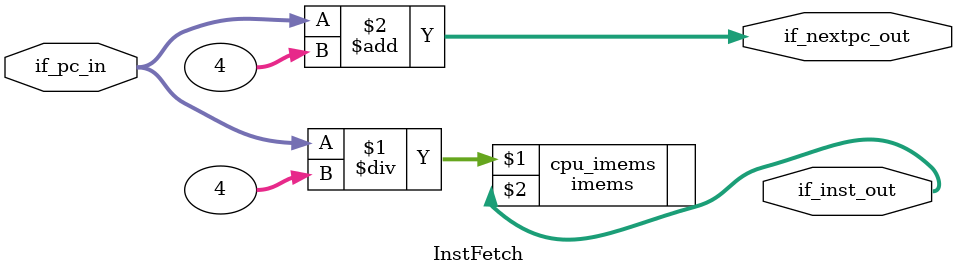
<source format=v>
`timescale 1ns / 1ps
module InstFetch(
    input [31:0] if_pc_in,
    output [31:0] if_inst_out,
    output [31:0] if_nextpc_out
    );
//    imem cpu_imem
//    (
//        if_pc_in,
//        if_inst_out
//    );
    imems cpu_imems(
        if_pc_in/4, 
        if_inst_out
    );
    assign if_nextpc_out = if_pc_in + 4;
endmodule

</source>
